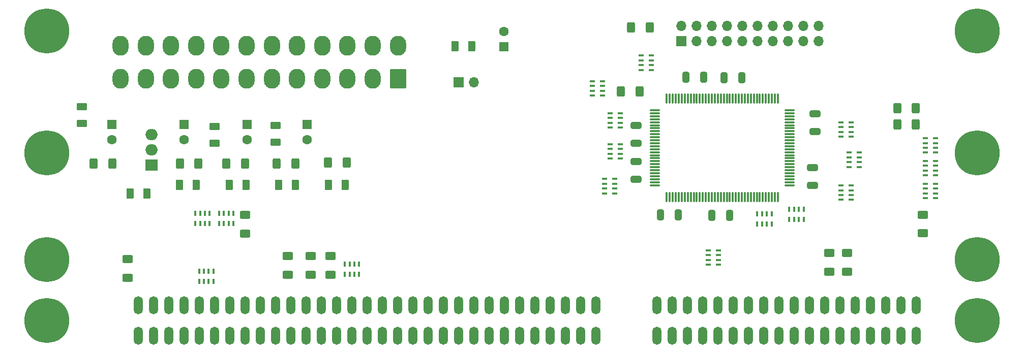
<source format=gbr>
%TF.GenerationSoftware,KiCad,Pcbnew,8.0.1*%
%TF.CreationDate,2025-01-30T19:54:38+00:00*%
%TF.ProjectId,disappointment,64697361-7070-46f6-996e-746d656e742e,rev?*%
%TF.SameCoordinates,Original*%
%TF.FileFunction,Soldermask,Top*%
%TF.FilePolarity,Negative*%
%FSLAX46Y46*%
G04 Gerber Fmt 4.6, Leading zero omitted, Abs format (unit mm)*
G04 Created by KiCad (PCBNEW 8.0.1) date 2025-01-30 19:54:38*
%MOMM*%
%LPD*%
G01*
G04 APERTURE LIST*
G04 Aperture macros list*
%AMRoundRect*
0 Rectangle with rounded corners*
0 $1 Rounding radius*
0 $2 $3 $4 $5 $6 $7 $8 $9 X,Y pos of 4 corners*
0 Add a 4 corners polygon primitive as box body*
4,1,4,$2,$3,$4,$5,$6,$7,$8,$9,$2,$3,0*
0 Add four circle primitives for the rounded corners*
1,1,$1+$1,$2,$3*
1,1,$1+$1,$4,$5*
1,1,$1+$1,$6,$7*
1,1,$1+$1,$8,$9*
0 Add four rect primitives between the rounded corners*
20,1,$1+$1,$2,$3,$4,$5,0*
20,1,$1+$1,$4,$5,$6,$7,0*
20,1,$1+$1,$6,$7,$8,$9,0*
20,1,$1+$1,$8,$9,$2,$3,0*%
G04 Aperture macros list end*
%ADD10C,7.500000*%
%ADD11R,1.600000X1.600000*%
%ADD12C,1.600000*%
%ADD13R,0.900000X0.400000*%
%ADD14RoundRect,0.250000X0.625000X-0.400000X0.625000X0.400000X-0.625000X0.400000X-0.625000X-0.400000X0*%
%ADD15RoundRect,0.250000X0.375000X0.625000X-0.375000X0.625000X-0.375000X-0.625000X0.375000X-0.625000X0*%
%ADD16RoundRect,0.250000X0.650000X-0.325000X0.650000X0.325000X-0.650000X0.325000X-0.650000X-0.325000X0*%
%ADD17RoundRect,0.250000X-0.325000X-0.650000X0.325000X-0.650000X0.325000X0.650000X-0.325000X0.650000X0*%
%ADD18RoundRect,0.250000X-0.625000X0.375000X-0.625000X-0.375000X0.625000X-0.375000X0.625000X0.375000X0*%
%ADD19O,0.300000X1.800000*%
%ADD20O,1.800000X0.300000*%
%ADD21RoundRect,0.250000X-0.400000X-0.625000X0.400000X-0.625000X0.400000X0.625000X-0.400000X0.625000X0*%
%ADD22R,1.700000X1.700000*%
%ADD23O,1.700000X1.700000*%
%ADD24RoundRect,0.250000X0.400000X0.625000X-0.400000X0.625000X-0.400000X-0.625000X0.400000X-0.625000X0*%
%ADD25RoundRect,0.250000X-0.375000X-0.625000X0.375000X-0.625000X0.375000X0.625000X-0.375000X0.625000X0*%
%ADD26RoundRect,0.250000X-0.625000X0.400000X-0.625000X-0.400000X0.625000X-0.400000X0.625000X0.400000X0*%
%ADD27R,0.400000X0.900000*%
%ADD28O,1.500000X3.000000*%
%ADD29R,2.000000X1.905000*%
%ADD30O,2.000000X1.905000*%
%ADD31RoundRect,0.250001X1.099999X1.399999X-1.099999X1.399999X-1.099999X-1.399999X1.099999X-1.399999X0*%
%ADD32O,2.700000X3.300000*%
%ADD33RoundRect,0.250000X0.325000X0.650000X-0.325000X0.650000X-0.325000X-0.650000X0.325000X-0.650000X0*%
G04 APERTURE END LIST*
D10*
%TO.C,*%
X224049200Y-103710000D03*
%TD*%
D11*
%TO.C,C15*%
X80000000Y-99000000D03*
D12*
X80000000Y-101500000D03*
%TD*%
D13*
%TO.C,RN10*%
X168132000Y-87496800D03*
X168132000Y-88296800D03*
X168132000Y-89096800D03*
X168132000Y-89896800D03*
X169832000Y-89896800D03*
X169832000Y-89096800D03*
X169832000Y-88296800D03*
X169832000Y-87496800D03*
%TD*%
D14*
%TO.C,R17*%
X116404000Y-124056000D03*
X116404000Y-120956000D03*
%TD*%
%TO.C,R8*%
X102180000Y-117198000D03*
X102180000Y-114098000D03*
%TD*%
%TO.C,R19*%
X109292000Y-124056000D03*
X109292000Y-120956000D03*
%TD*%
D15*
%TO.C,D1*%
X102310000Y-109044000D03*
X99510000Y-109044000D03*
%TD*%
D10*
%TO.C,*%
X69160000Y-131650000D03*
%TD*%
D14*
%TO.C,R18*%
X113102000Y-124056000D03*
X113102000Y-120956000D03*
%TD*%
D16*
%TO.C,C8*%
X167305600Y-108155000D03*
X167305600Y-105205000D03*
%TD*%
D13*
%TO.C,RN7*%
X215426800Y-101290800D03*
X215426800Y-102090800D03*
X215426800Y-102890800D03*
X215426800Y-103690800D03*
X217126800Y-103690800D03*
X217126800Y-102890800D03*
X217126800Y-102090800D03*
X217126800Y-101290800D03*
%TD*%
D11*
%TO.C,C16*%
X145258400Y-86017513D03*
D12*
X145258400Y-83517513D03*
%TD*%
D11*
%TO.C,C19*%
X102500000Y-99000000D03*
D12*
X102500000Y-101500000D03*
%TD*%
D13*
%TO.C,RN8*%
X215426800Y-105072105D03*
X215426800Y-105872105D03*
X215426800Y-106672105D03*
X215426800Y-107472105D03*
X217126800Y-107472105D03*
X217126800Y-106672105D03*
X217126800Y-105872105D03*
X217126800Y-105072105D03*
%TD*%
%TO.C,RN16*%
X215426800Y-108882105D03*
X215426800Y-109682105D03*
X215426800Y-110482105D03*
X215426800Y-111282105D03*
X217126800Y-111282105D03*
X217126800Y-110482105D03*
X217126800Y-109682105D03*
X217126800Y-108882105D03*
%TD*%
D17*
%TO.C,C4*%
X179902200Y-114147600D03*
X182852200Y-114147600D03*
%TD*%
D18*
%TO.C,F6*%
X75002000Y-96010800D03*
X75002000Y-98810800D03*
%TD*%
D16*
%TO.C,C1*%
X196617200Y-109171000D03*
X196617200Y-106221000D03*
%TD*%
D13*
%TO.C,RN3*%
X159953200Y-91764000D03*
X159953200Y-92564000D03*
X159953200Y-93364000D03*
X159953200Y-94164000D03*
X161653200Y-94164000D03*
X161653200Y-93364000D03*
X161653200Y-92564000D03*
X161653200Y-91764000D03*
%TD*%
D19*
%TO.C,U1*%
X190881200Y-94670001D03*
X190381200Y-94670001D03*
X189881200Y-94670001D03*
X189381200Y-94670001D03*
X188881200Y-94670001D03*
X188381200Y-94670001D03*
X187881200Y-94670001D03*
X187381200Y-94670001D03*
X186881200Y-94670001D03*
X186381200Y-94670001D03*
X185881200Y-94670001D03*
X185381200Y-94670001D03*
X184881200Y-94670001D03*
X184381200Y-94670001D03*
X183881200Y-94670001D03*
X183381200Y-94670001D03*
X182881200Y-94670001D03*
X182381200Y-94670001D03*
X181881200Y-94670001D03*
X181381200Y-94670001D03*
X180881200Y-94670001D03*
X180381200Y-94670001D03*
X179881200Y-94670001D03*
X179381200Y-94670001D03*
X178881200Y-94670001D03*
X178381200Y-94670001D03*
X177881200Y-94670001D03*
X177381200Y-94670001D03*
X176881200Y-94670001D03*
X176381200Y-94670001D03*
X175881200Y-94670001D03*
X175381200Y-94670001D03*
X174881200Y-94670001D03*
X174381200Y-94670001D03*
X173881200Y-94670001D03*
X173381200Y-94670001D03*
X172881200Y-94670001D03*
X172381200Y-94670001D03*
D20*
X170431200Y-96620000D03*
X170431200Y-97120000D03*
X170431200Y-97620000D03*
X170431200Y-98120000D03*
X170431200Y-98620000D03*
X170431200Y-99120000D03*
X170431200Y-99620000D03*
X170431200Y-100120000D03*
X170431200Y-100620000D03*
X170431200Y-101120000D03*
X170431200Y-101620000D03*
X170431200Y-102120000D03*
X170431200Y-102620000D03*
X170431200Y-103120000D03*
X170431200Y-103620000D03*
X170431200Y-104120000D03*
X170431200Y-104620000D03*
X170431200Y-105120000D03*
X170431200Y-105620000D03*
X170431200Y-106120000D03*
X170431200Y-106620000D03*
X170431200Y-107120000D03*
X170431200Y-107620000D03*
X170431200Y-108120000D03*
X170431200Y-108620000D03*
X170431200Y-109120000D03*
D19*
X172381200Y-111069999D03*
X172881200Y-111069999D03*
X173381200Y-111069999D03*
X173881200Y-111069999D03*
X174381200Y-111069999D03*
X174881200Y-111069999D03*
X175381200Y-111069999D03*
X175881200Y-111069999D03*
X176381200Y-111069999D03*
X176881200Y-111069999D03*
X177381200Y-111069999D03*
X177881200Y-111069999D03*
X178381200Y-111069999D03*
X178881200Y-111069999D03*
X179381200Y-111069999D03*
X179881200Y-111069999D03*
X180381200Y-111069999D03*
X180881200Y-111069999D03*
X181381200Y-111069999D03*
X181881200Y-111069999D03*
X182381200Y-111069999D03*
X182881200Y-111069999D03*
X183381200Y-111069999D03*
X183881200Y-111069999D03*
X184381200Y-111069999D03*
X184881200Y-111069999D03*
X185381200Y-111069999D03*
X185881200Y-111069999D03*
X186381200Y-111069999D03*
X186881200Y-111069999D03*
X187381200Y-111069999D03*
X187881200Y-111069999D03*
X188381200Y-111069999D03*
X188881200Y-111069999D03*
X189381200Y-111069999D03*
X189881200Y-111069999D03*
X190381200Y-111069999D03*
X190881200Y-111069999D03*
D20*
X192831200Y-109120000D03*
X192831200Y-108620000D03*
X192831200Y-108120000D03*
X192831200Y-107620000D03*
X192831200Y-107120000D03*
X192831200Y-106620000D03*
X192831200Y-106120000D03*
X192831200Y-105620000D03*
X192831200Y-105120000D03*
X192831200Y-104620000D03*
X192831200Y-104120000D03*
X192831200Y-103620000D03*
X192831200Y-103120000D03*
X192831200Y-102620000D03*
X192831200Y-102120000D03*
X192831200Y-101620000D03*
X192831200Y-101120000D03*
X192831200Y-100620000D03*
X192831200Y-100120000D03*
X192831200Y-99620000D03*
X192831200Y-99120000D03*
X192831200Y-98620000D03*
X192831200Y-98120000D03*
X192831200Y-97620000D03*
X192831200Y-97120000D03*
X192831200Y-96620000D03*
%TD*%
D15*
%TO.C,D4*%
X94055000Y-109044000D03*
X91255000Y-109044000D03*
%TD*%
D10*
%TO.C,*%
X69160000Y-103710000D03*
%TD*%
D21*
%TO.C,R15*%
X76957200Y-105488000D03*
X80057200Y-105488000D03*
%TD*%
D18*
%TO.C,F1*%
X97100000Y-99290400D03*
X97100000Y-102090400D03*
%TD*%
D22*
%TO.C,J3*%
X174778200Y-85095000D03*
D23*
X174778200Y-82555000D03*
X177318200Y-85095000D03*
X177318200Y-82555000D03*
X179858200Y-85095000D03*
X179858200Y-82555000D03*
X182398200Y-85095000D03*
X182398200Y-82555000D03*
X184938200Y-85095000D03*
X184938200Y-82555000D03*
X187478200Y-85095000D03*
X187478200Y-82555000D03*
X190018200Y-85095000D03*
X190018200Y-82555000D03*
X192558200Y-85095000D03*
X192558200Y-82555000D03*
X195098200Y-85095000D03*
X195098200Y-82555000D03*
X197638200Y-85095000D03*
X197638200Y-82555000D03*
%TD*%
D17*
%TO.C,C6*%
X171367800Y-114073200D03*
X174317800Y-114073200D03*
%TD*%
D13*
%TO.C,RN13*%
X201355200Y-109161200D03*
X201355200Y-109961200D03*
X201355200Y-110761200D03*
X201355200Y-111561200D03*
X203055200Y-111561200D03*
X203055200Y-110761200D03*
X203055200Y-109961200D03*
X203055200Y-109161200D03*
%TD*%
D21*
%TO.C,R16*%
X166416000Y-82804000D03*
X169516000Y-82804000D03*
%TD*%
D16*
%TO.C,C2*%
X197038813Y-100181266D03*
X197038813Y-97231266D03*
%TD*%
D13*
%TO.C,RN6*%
X162036000Y-108070800D03*
X162036000Y-108870800D03*
X162036000Y-109670800D03*
X162036000Y-110470800D03*
X163736000Y-110470800D03*
X163736000Y-109670800D03*
X163736000Y-108870800D03*
X163736000Y-108070800D03*
%TD*%
D24*
%TO.C,R13*%
X119071600Y-105335600D03*
X115971600Y-105335600D03*
%TD*%
D16*
%TO.C,C7*%
X167305600Y-102131600D03*
X167305600Y-99181600D03*
%TD*%
D13*
%TO.C,RN1*%
X202726800Y-103674800D03*
X202726800Y-104474800D03*
X202726800Y-105274800D03*
X202726800Y-106074800D03*
X204426800Y-106074800D03*
X204426800Y-105274800D03*
X204426800Y-104474800D03*
X204426800Y-103674800D03*
%TD*%
D25*
%TO.C,F4*%
X137102000Y-85953600D03*
X139902000Y-85953600D03*
%TD*%
D10*
%TO.C,REF\u002A\u002A*%
X69160000Y-121490000D03*
%TD*%
D26*
%TO.C,R7*%
X82622000Y-121436800D03*
X82622000Y-124536800D03*
%TD*%
D21*
%TO.C,R14*%
X91282800Y-105488000D03*
X94382800Y-105488000D03*
%TD*%
D27*
%TO.C,RN2*%
X195175600Y-113145200D03*
X194375600Y-113145200D03*
X193575600Y-113145200D03*
X192775600Y-113145200D03*
X192775600Y-114845200D03*
X193575600Y-114845200D03*
X194375600Y-114845200D03*
X195175600Y-114845200D03*
%TD*%
D24*
%TO.C,R2*%
X213864400Y-98985600D03*
X210764400Y-98985600D03*
%TD*%
D13*
%TO.C,RN11*%
X162950400Y-102279600D03*
X162950400Y-103079600D03*
X162950400Y-103879600D03*
X162950400Y-104679600D03*
X164650400Y-104679600D03*
X164650400Y-103879600D03*
X164650400Y-103079600D03*
X164650400Y-102279600D03*
%TD*%
D27*
%TO.C,RN12*%
X96268000Y-113782000D03*
X95468000Y-113782000D03*
X94668000Y-113782000D03*
X93868000Y-113782000D03*
X93868000Y-115482000D03*
X94668000Y-115482000D03*
X95468000Y-115482000D03*
X96268000Y-115482000D03*
%TD*%
D15*
%TO.C,D5*%
X85800000Y-110490000D03*
X83000000Y-110490000D03*
%TD*%
D13*
%TO.C,RN9*%
X179257200Y-119958000D03*
X179257200Y-120758000D03*
X179257200Y-121558000D03*
X179257200Y-122358000D03*
X180957200Y-122358000D03*
X180957200Y-121558000D03*
X180957200Y-120758000D03*
X180957200Y-119958000D03*
%TD*%
D10*
%TO.C,*%
X224100000Y-83390000D03*
%TD*%
D27*
%TO.C,RN5*%
X100230400Y-113782000D03*
X99430400Y-113782000D03*
X98630400Y-113782000D03*
X97830400Y-113782000D03*
X97830400Y-115482000D03*
X98630400Y-115482000D03*
X99430400Y-115482000D03*
X100230400Y-115482000D03*
%TD*%
%TO.C,RN15*%
X187441600Y-115607200D03*
X188241600Y-115607200D03*
X189041600Y-115607200D03*
X189841600Y-115607200D03*
X189841600Y-113907200D03*
X189041600Y-113907200D03*
X188241600Y-113907200D03*
X187441600Y-113907200D03*
%TD*%
%TO.C,RN17*%
X118760000Y-123989200D03*
X119560000Y-123989200D03*
X120360000Y-123989200D03*
X121160000Y-123989200D03*
X121160000Y-122289200D03*
X120360000Y-122289200D03*
X119560000Y-122289200D03*
X118760000Y-122289200D03*
%TD*%
D15*
%TO.C,D3*%
X118820000Y-109044000D03*
X116020000Y-109044000D03*
%TD*%
D24*
%TO.C,R1*%
X213864400Y-96242400D03*
X210764400Y-96242400D03*
%TD*%
D14*
%TO.C,R10*%
X199462000Y-123548000D03*
X199462000Y-120448000D03*
%TD*%
D10*
%TO.C,*%
X69160000Y-83390000D03*
%TD*%
D28*
%TO.C,J1*%
X84400000Y-134190000D03*
X86940000Y-134190000D03*
X89480000Y-134190000D03*
X92020000Y-134190000D03*
X94560000Y-134190000D03*
X97100000Y-134190000D03*
X99640000Y-134190000D03*
X102180000Y-134190000D03*
X104720000Y-134190000D03*
X107260000Y-134190000D03*
X109800000Y-134190000D03*
X112340000Y-134190000D03*
X114880000Y-134190000D03*
X117420000Y-134190000D03*
X119960000Y-134190000D03*
X122500000Y-134190000D03*
X125040000Y-134190000D03*
X127580000Y-134190000D03*
X130120000Y-134190000D03*
X132660000Y-134190000D03*
X135200000Y-134190000D03*
X137740000Y-134190000D03*
X140280000Y-134190000D03*
X142820000Y-134190000D03*
X145360000Y-134190000D03*
X147900000Y-134190000D03*
X150440000Y-134190000D03*
X152980000Y-134190000D03*
X155520000Y-134190000D03*
X158060000Y-134190000D03*
X160600000Y-134190000D03*
X84400000Y-129110000D03*
X86940000Y-129110000D03*
X89480000Y-129110000D03*
X92020000Y-129110000D03*
X94560000Y-129110000D03*
X97100000Y-129110000D03*
X99640000Y-129110000D03*
X102180000Y-129110000D03*
X104720000Y-129110000D03*
X107260000Y-129110000D03*
X109800000Y-129110000D03*
X112340000Y-129110000D03*
X114880000Y-129110000D03*
X117420000Y-129110000D03*
X119960000Y-129110000D03*
X122500000Y-129110000D03*
X125040000Y-129110000D03*
X127580000Y-129110000D03*
X130120000Y-129110000D03*
X132660000Y-129110000D03*
X135200000Y-129110000D03*
X137740000Y-129110000D03*
X140280000Y-129110000D03*
X142820000Y-129110000D03*
X145360000Y-129110000D03*
X147900000Y-129110000D03*
X150440000Y-129110000D03*
X152980000Y-129110000D03*
X155520000Y-129110000D03*
X158060000Y-129110000D03*
X160600000Y-129110000D03*
X170760000Y-134190000D03*
X173300000Y-134190000D03*
X175840000Y-134190000D03*
X178380000Y-134190000D03*
X180920000Y-134190000D03*
X183460000Y-134190000D03*
X186000000Y-134190000D03*
X188540000Y-134190000D03*
X191080000Y-134190000D03*
X193620000Y-134190000D03*
X196160000Y-134190000D03*
X198700000Y-134190000D03*
X201240000Y-134190000D03*
X203780000Y-134190000D03*
X206320000Y-134190000D03*
X208860000Y-134190000D03*
X211400000Y-134190000D03*
X213940000Y-134190000D03*
X170760000Y-129110000D03*
X173300000Y-129110000D03*
X175840000Y-129110000D03*
X178380000Y-129110000D03*
X180920000Y-129110000D03*
X183460000Y-129110000D03*
X186000000Y-129110000D03*
X188540000Y-129110000D03*
X191080000Y-129110000D03*
X193620000Y-129110000D03*
X196160000Y-129110000D03*
X198700000Y-129110000D03*
X201240000Y-129110000D03*
X203780000Y-129110000D03*
X206320000Y-129110000D03*
X208860000Y-129110000D03*
X211400000Y-129110000D03*
X213940000Y-129110000D03*
%TD*%
D10*
%TO.C,*%
X224100000Y-131650000D03*
%TD*%
D18*
%TO.C,F2*%
X107260000Y-99160400D03*
X107260000Y-101960400D03*
%TD*%
D27*
%TO.C,RN18*%
X94503000Y-125134000D03*
X95303000Y-125134000D03*
X96103000Y-125134000D03*
X96903000Y-125134000D03*
X96903000Y-123434000D03*
X96103000Y-123434000D03*
X95303000Y-123434000D03*
X94503000Y-123434000D03*
%TD*%
D15*
%TO.C,D2*%
X110565000Y-109044000D03*
X107765000Y-109044000D03*
%TD*%
D11*
%TO.C,C17*%
X92000000Y-99000000D03*
D12*
X92000000Y-101500000D03*
%TD*%
D24*
%TO.C,R11*%
X102155200Y-105488000D03*
X99055200Y-105488000D03*
%TD*%
D21*
%TO.C,R5*%
X164739600Y-93499200D03*
X167839600Y-93499200D03*
%TD*%
D17*
%TO.C,C3*%
X181934200Y-91186000D03*
X184884200Y-91186000D03*
%TD*%
D22*
%TO.C,J2*%
X137735000Y-91948000D03*
D23*
X140275000Y-91948000D03*
%TD*%
D14*
%TO.C,R6*%
X215057600Y-117147200D03*
X215057600Y-114047200D03*
%TD*%
D11*
%TO.C,C18*%
X112500000Y-99000000D03*
D12*
X112500000Y-101500000D03*
%TD*%
D10*
%TO.C,*%
X224100000Y-121490000D03*
%TD*%
D13*
%TO.C,RN14*%
X201355200Y-98622000D03*
X201355200Y-99422000D03*
X201355200Y-100222000D03*
X201355200Y-101022000D03*
X203055200Y-101022000D03*
X203055200Y-100222000D03*
X203055200Y-99422000D03*
X203055200Y-98622000D03*
%TD*%
D24*
%TO.C,R12*%
X110537200Y-105488000D03*
X107437200Y-105488000D03*
%TD*%
D14*
%TO.C,R9*%
X202383000Y-123548000D03*
X202383000Y-120448000D03*
%TD*%
D29*
%TO.C,U2*%
X86615000Y-105742000D03*
D30*
X86615000Y-103202000D03*
X86615000Y-100662000D03*
%TD*%
D31*
%TO.C,J5*%
X127616800Y-91337200D03*
D32*
X123416800Y-91337200D03*
X119216800Y-91337200D03*
X115016800Y-91337200D03*
X110816800Y-91337200D03*
X106616800Y-91337200D03*
X102416800Y-91337200D03*
X98216800Y-91337200D03*
X94016800Y-91337200D03*
X89816800Y-91337200D03*
X85616800Y-91337200D03*
X81416800Y-91337200D03*
X127616800Y-85837200D03*
X123416800Y-85837200D03*
X119216800Y-85837200D03*
X115016800Y-85837200D03*
X110816800Y-85837200D03*
X106616800Y-85837200D03*
X102416800Y-85837200D03*
X98216800Y-85837200D03*
X94016800Y-85837200D03*
X89816800Y-85837200D03*
X85616800Y-85837200D03*
X81416800Y-85837200D03*
%TD*%
D13*
%TO.C,RN4*%
X162950400Y-97098000D03*
X162950400Y-97898000D03*
X162950400Y-98698000D03*
X162950400Y-99498000D03*
X164650400Y-99498000D03*
X164650400Y-98698000D03*
X164650400Y-97898000D03*
X164650400Y-97098000D03*
%TD*%
D33*
%TO.C,C5*%
X178534200Y-91158800D03*
X175584200Y-91158800D03*
%TD*%
M02*

</source>
